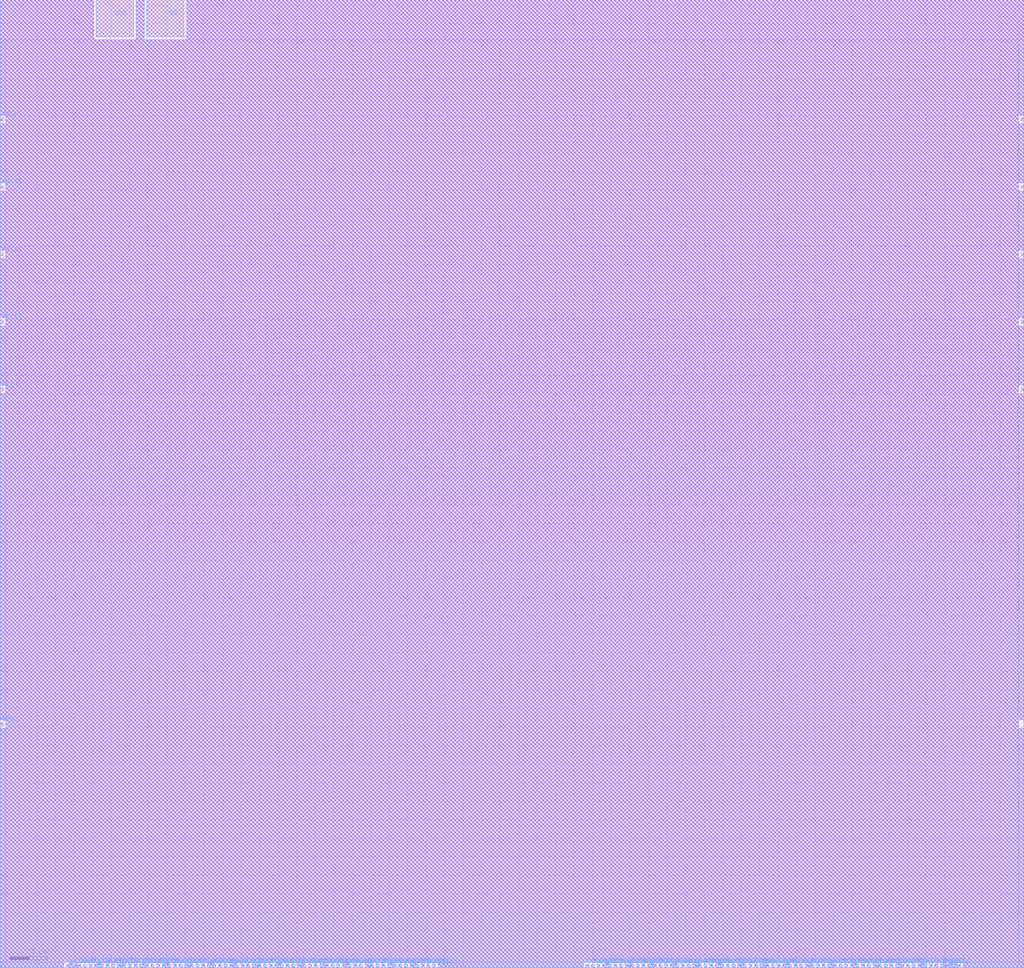
<source format=lef>
VERSION 5.5 ;
NAMESCASESENSITIVE ON ;
BUSBITCHARS "[]" ;
DIVIDERCHAR "/" ;

MACRO sram8t17x64
  CLASS BLOCK ;
  SOURCE USER ;
  ORIGIN 0 0 ;
  SIZE 55.264 BY 52.288 ;
  SYMMETRY X Y R90 ;

  PIN CE1
    DIRECTION INPUT ;
    USE SIGNAL ;
    PORT
      LAYER M2 ;
        RECT 51.680 0.000 51.832 0.152 ;
    END
    PORT
      LAYER M3 ;
        RECT 51.680 0.000 51.832 0.152 ;
    END
    PORT
      LAYER M4 ;
        RECT 51.680 0.000 51.832 0.152 ;
    END
    PORT
      LAYER M5 ;
        RECT 51.680 0.000 51.832 0.152 ;
    END
  END CE1

  PIN CSB1
    DIRECTION INPUT ;
    USE SIGNAL ;
    PORT
      LAYER M2 ;
        RECT 51.376 0.000 51.528 0.152 ;
    END
    PORT
      LAYER M3 ;
        RECT 51.376 0.000 51.528 0.152 ;
    END
    PORT
      LAYER M4 ;
        RECT 51.376 0.000 51.528 0.152 ;
    END
    PORT
      LAYER M5 ;
        RECT 51.376 0.000 51.528 0.152 ;
    END
  END CSB1

  PIN OEB1
    DIRECTION INPUT ;
    USE SIGNAL ;
    PORT
      LAYER M2 ;
        RECT 51.072 0.000 51.224 0.152 ;
    END
    PORT
      LAYER M3 ;
        RECT 51.072 0.000 51.224 0.152 ;
    END
    PORT
      LAYER M4 ;
        RECT 51.072 0.000 51.224 0.152 ;
    END
    PORT
      LAYER M5 ;
        RECT 51.072 0.000 51.224 0.152 ;
    END
  END OEB1

  PIN O1[3]
    DIRECTION OUTPUT ;
    USE SIGNAL ;
    PORT
      LAYER M2 ;
        RECT 50.768 0.000 50.920 0.152 ;
    END
    PORT
      LAYER M3 ;
        RECT 50.768 0.000 50.920 0.152 ;
    END
    PORT
      LAYER M4 ;
        RECT 50.768 0.000 50.920 0.152 ;
    END
    PORT
      LAYER M5 ;
        RECT 50.768 0.000 50.920 0.152 ;
    END
  END O1[3]

  PIN O1[2]
    DIRECTION OUTPUT ;
    USE SIGNAL ;
    PORT
      LAYER M2 ;
        RECT 50.464 0.000 50.616 0.152 ;
    END
    PORT
      LAYER M3 ;
        RECT 50.464 0.000 50.616 0.152 ;
    END
    PORT
      LAYER M4 ;
        RECT 50.464 0.000 50.616 0.152 ;
    END
    PORT
      LAYER M5 ;
        RECT 50.464 0.000 50.616 0.152 ;
    END
  END O1[2]

  PIN O1[1]
    DIRECTION OUTPUT ;
    USE SIGNAL ;
    PORT
      LAYER M2 ;
        RECT 50.160 0.000 50.312 0.152 ;
    END
    PORT
      LAYER M3 ;
        RECT 50.160 0.000 50.312 0.152 ;
    END
    PORT
      LAYER M4 ;
        RECT 50.160 0.000 50.312 0.152 ;
    END
    PORT
      LAYER M5 ;
        RECT 50.160 0.000 50.312 0.152 ;
    END
  END O1[1]

  PIN O1[0]
    DIRECTION OUTPUT ;
    USE SIGNAL ;
    PORT
      LAYER M2 ;
        RECT 49.856 0.000 50.008 0.152 ;
    END
    PORT
      LAYER M3 ;
        RECT 49.856 0.000 50.008 0.152 ;
    END
    PORT
      LAYER M4 ;
        RECT 49.856 0.000 50.008 0.152 ;
    END
    PORT
      LAYER M5 ;
        RECT 49.856 0.000 50.008 0.152 ;
    END
  END O1[0]

  PIN O1[7]
    DIRECTION OUTPUT ;
    USE SIGNAL ;
    PORT
      LAYER M2 ;
        RECT 49.552 0.000 49.704 0.152 ;
    END
    PORT
      LAYER M3 ;
        RECT 49.552 0.000 49.704 0.152 ;
    END
    PORT
      LAYER M4 ;
        RECT 49.552 0.000 49.704 0.152 ;
    END
    PORT
      LAYER M5 ;
        RECT 49.552 0.000 49.704 0.152 ;
    END
  END O1[7]

  PIN O1[6]
    DIRECTION OUTPUT ;
    USE SIGNAL ;
    PORT
      LAYER M2 ;
        RECT 49.248 0.000 49.400 0.152 ;
    END
    PORT
      LAYER M3 ;
        RECT 49.248 0.000 49.400 0.152 ;
    END
    PORT
      LAYER M4 ;
        RECT 49.248 0.000 49.400 0.152 ;
    END
    PORT
      LAYER M5 ;
        RECT 49.248 0.000 49.400 0.152 ;
    END
  END O1[6]

  PIN O1[5]
    DIRECTION OUTPUT ;
    USE SIGNAL ;
    PORT
      LAYER M2 ;
        RECT 48.944 0.000 49.096 0.152 ;
    END
    PORT
      LAYER M3 ;
        RECT 48.944 0.000 49.096 0.152 ;
    END
    PORT
      LAYER M4 ;
        RECT 48.944 0.000 49.096 0.152 ;
    END
    PORT
      LAYER M5 ;
        RECT 48.944 0.000 49.096 0.152 ;
    END
  END O1[5]

  PIN O1[4]
    DIRECTION OUTPUT ;
    USE SIGNAL ;
    PORT
      LAYER M2 ;
        RECT 48.640 0.000 48.792 0.152 ;
    END
    PORT
      LAYER M3 ;
        RECT 48.640 0.000 48.792 0.152 ;
    END
    PORT
      LAYER M4 ;
        RECT 48.640 0.000 48.792 0.152 ;
    END
    PORT
      LAYER M5 ;
        RECT 48.640 0.000 48.792 0.152 ;
    END
  END O1[4]

  PIN O1[11]
    DIRECTION OUTPUT ;
    USE SIGNAL ;
    PORT
      LAYER M2 ;
        RECT 48.336 0.000 48.488 0.152 ;
    END
    PORT
      LAYER M3 ;
        RECT 48.336 0.000 48.488 0.152 ;
    END
    PORT
      LAYER M4 ;
        RECT 48.336 0.000 48.488 0.152 ;
    END
    PORT
      LAYER M5 ;
        RECT 48.336 0.000 48.488 0.152 ;
    END
  END O1[11]

  PIN O1[10]
    DIRECTION OUTPUT ;
    USE SIGNAL ;
    PORT
      LAYER M2 ;
        RECT 48.032 0.000 48.184 0.152 ;
    END
    PORT
      LAYER M3 ;
        RECT 48.032 0.000 48.184 0.152 ;
    END
    PORT
      LAYER M4 ;
        RECT 48.032 0.000 48.184 0.152 ;
    END
    PORT
      LAYER M5 ;
        RECT 48.032 0.000 48.184 0.152 ;
    END
  END O1[10]

  PIN O1[9]
    DIRECTION OUTPUT ;
    USE SIGNAL ;
    PORT
      LAYER M2 ;
        RECT 47.728 0.000 47.880 0.152 ;
    END
    PORT
      LAYER M3 ;
        RECT 47.728 0.000 47.880 0.152 ;
    END
    PORT
      LAYER M4 ;
        RECT 47.728 0.000 47.880 0.152 ;
    END
    PORT
      LAYER M5 ;
        RECT 47.728 0.000 47.880 0.152 ;
    END
  END O1[9]

  PIN O1[8]
    DIRECTION OUTPUT ;
    USE SIGNAL ;
    PORT
      LAYER M2 ;
        RECT 47.424 0.000 47.576 0.152 ;
    END
    PORT
      LAYER M3 ;
        RECT 47.424 0.000 47.576 0.152 ;
    END
    PORT
      LAYER M4 ;
        RECT 47.424 0.000 47.576 0.152 ;
    END
    PORT
      LAYER M5 ;
        RECT 47.424 0.000 47.576 0.152 ;
    END
  END O1[8]

  PIN O1[15]
    DIRECTION OUTPUT ;
    USE SIGNAL ;
    PORT
      LAYER M2 ;
        RECT 47.120 0.000 47.272 0.152 ;
    END
    PORT
      LAYER M3 ;
        RECT 47.120 0.000 47.272 0.152 ;
    END
    PORT
      LAYER M4 ;
        RECT 47.120 0.000 47.272 0.152 ;
    END
    PORT
      LAYER M5 ;
        RECT 47.120 0.000 47.272 0.152 ;
    END
  END O1[15]

  PIN O1[14]
    DIRECTION OUTPUT ;
    USE SIGNAL ;
    PORT
      LAYER M2 ;
        RECT 46.816 0.000 46.968 0.152 ;
    END
    PORT
      LAYER M3 ;
        RECT 46.816 0.000 46.968 0.152 ;
    END
    PORT
      LAYER M4 ;
        RECT 46.816 0.000 46.968 0.152 ;
    END
    PORT
      LAYER M5 ;
        RECT 46.816 0.000 46.968 0.152 ;
    END
  END O1[14]

  PIN O1[13]
    DIRECTION OUTPUT ;
    USE SIGNAL ;
    PORT
      LAYER M2 ;
        RECT 46.512 0.000 46.664 0.152 ;
    END
    PORT
      LAYER M3 ;
        RECT 46.512 0.000 46.664 0.152 ;
    END
    PORT
      LAYER M4 ;
        RECT 46.512 0.000 46.664 0.152 ;
    END
    PORT
      LAYER M5 ;
        RECT 46.512 0.000 46.664 0.152 ;
    END
  END O1[13]

  PIN O1[12]
    DIRECTION OUTPUT ;
    USE SIGNAL ;
    PORT
      LAYER M2 ;
        RECT 46.208 0.000 46.360 0.152 ;
    END
    PORT
      LAYER M3 ;
        RECT 46.208 0.000 46.360 0.152 ;
    END
    PORT
      LAYER M4 ;
        RECT 46.208 0.000 46.360 0.152 ;
    END
    PORT
      LAYER M5 ;
        RECT 46.208 0.000 46.360 0.152 ;
    END
  END O1[12]

  PIN O1[19]
    DIRECTION OUTPUT ;
    USE SIGNAL ;
    PORT
      LAYER M2 ;
        RECT 45.904 0.000 46.056 0.152 ;
    END
    PORT
      LAYER M3 ;
        RECT 45.904 0.000 46.056 0.152 ;
    END
    PORT
      LAYER M4 ;
        RECT 45.904 0.000 46.056 0.152 ;
    END
    PORT
      LAYER M5 ;
        RECT 45.904 0.000 46.056 0.152 ;
    END
  END O1[19]

  PIN O1[18]
    DIRECTION OUTPUT ;
    USE SIGNAL ;
    PORT
      LAYER M2 ;
        RECT 45.600 0.000 45.752 0.152 ;
    END
    PORT
      LAYER M3 ;
        RECT 45.600 0.000 45.752 0.152 ;
    END
    PORT
      LAYER M4 ;
        RECT 45.600 0.000 45.752 0.152 ;
    END
    PORT
      LAYER M5 ;
        RECT 45.600 0.000 45.752 0.152 ;
    END
  END O1[18]

  PIN O1[17]
    DIRECTION OUTPUT ;
    USE SIGNAL ;
    PORT
      LAYER M2 ;
        RECT 45.296 0.000 45.448 0.152 ;
    END
    PORT
      LAYER M3 ;
        RECT 45.296 0.000 45.448 0.152 ;
    END
    PORT
      LAYER M4 ;
        RECT 45.296 0.000 45.448 0.152 ;
    END
    PORT
      LAYER M5 ;
        RECT 45.296 0.000 45.448 0.152 ;
    END
  END O1[17]

  PIN O1[16]
    DIRECTION OUTPUT ;
    USE SIGNAL ;
    PORT
      LAYER M2 ;
        RECT 44.992 0.000 45.144 0.152 ;
    END
    PORT
      LAYER M3 ;
        RECT 44.992 0.000 45.144 0.152 ;
    END
    PORT
      LAYER M4 ;
        RECT 44.992 0.000 45.144 0.152 ;
    END
    PORT
      LAYER M5 ;
        RECT 44.992 0.000 45.144 0.152 ;
    END
  END O1[16]

  PIN O1[23]
    DIRECTION OUTPUT ;
    USE SIGNAL ;
    PORT
      LAYER M2 ;
        RECT 44.688 0.000 44.840 0.152 ;
    END
    PORT
      LAYER M3 ;
        RECT 44.688 0.000 44.840 0.152 ;
    END
    PORT
      LAYER M4 ;
        RECT 44.688 0.000 44.840 0.152 ;
    END
    PORT
      LAYER M5 ;
        RECT 44.688 0.000 44.840 0.152 ;
    END
  END O1[23]

  PIN O1[22]
    DIRECTION OUTPUT ;
    USE SIGNAL ;
    PORT
      LAYER M2 ;
        RECT 44.384 0.000 44.536 0.152 ;
    END
    PORT
      LAYER M3 ;
        RECT 44.384 0.000 44.536 0.152 ;
    END
    PORT
      LAYER M4 ;
        RECT 44.384 0.000 44.536 0.152 ;
    END
    PORT
      LAYER M5 ;
        RECT 44.384 0.000 44.536 0.152 ;
    END
  END O1[22]

  PIN O1[21]
    DIRECTION OUTPUT ;
    USE SIGNAL ;
    PORT
      LAYER M2 ;
        RECT 44.080 0.000 44.232 0.152 ;
    END
    PORT
      LAYER M3 ;
        RECT 44.080 0.000 44.232 0.152 ;
    END
    PORT
      LAYER M4 ;
        RECT 44.080 0.000 44.232 0.152 ;
    END
    PORT
      LAYER M5 ;
        RECT 44.080 0.000 44.232 0.152 ;
    END
  END O1[21]

  PIN O1[20]
    DIRECTION OUTPUT ;
    USE SIGNAL ;
    PORT
      LAYER M2 ;
        RECT 43.776 0.000 43.928 0.152 ;
    END
    PORT
      LAYER M3 ;
        RECT 43.776 0.000 43.928 0.152 ;
    END
    PORT
      LAYER M4 ;
        RECT 43.776 0.000 43.928 0.152 ;
    END
    PORT
      LAYER M5 ;
        RECT 43.776 0.000 43.928 0.152 ;
    END
  END O1[20]

  PIN O1[27]
    DIRECTION OUTPUT ;
    USE SIGNAL ;
    PORT
      LAYER M2 ;
        RECT 43.472 0.000 43.624 0.152 ;
    END
    PORT
      LAYER M3 ;
        RECT 43.472 0.000 43.624 0.152 ;
    END
    PORT
      LAYER M4 ;
        RECT 43.472 0.000 43.624 0.152 ;
    END
    PORT
      LAYER M5 ;
        RECT 43.472 0.000 43.624 0.152 ;
    END
  END O1[27]

  PIN O1[26]
    DIRECTION OUTPUT ;
    USE SIGNAL ;
    PORT
      LAYER M2 ;
        RECT 43.168 0.000 43.320 0.152 ;
    END
    PORT
      LAYER M3 ;
        RECT 43.168 0.000 43.320 0.152 ;
    END
    PORT
      LAYER M4 ;
        RECT 43.168 0.000 43.320 0.152 ;
    END
    PORT
      LAYER M5 ;
        RECT 43.168 0.000 43.320 0.152 ;
    END
  END O1[26]

  PIN O1[25]
    DIRECTION OUTPUT ;
    USE SIGNAL ;
    PORT
      LAYER M2 ;
        RECT 42.864 0.000 43.016 0.152 ;
    END
    PORT
      LAYER M3 ;
        RECT 42.864 0.000 43.016 0.152 ;
    END
    PORT
      LAYER M4 ;
        RECT 42.864 0.000 43.016 0.152 ;
    END
    PORT
      LAYER M5 ;
        RECT 42.864 0.000 43.016 0.152 ;
    END
  END O1[25]

  PIN O1[24]
    DIRECTION OUTPUT ;
    USE SIGNAL ;
    PORT
      LAYER M2 ;
        RECT 42.560 0.000 42.712 0.152 ;
    END
    PORT
      LAYER M3 ;
        RECT 42.560 0.000 42.712 0.152 ;
    END
    PORT
      LAYER M4 ;
        RECT 42.560 0.000 42.712 0.152 ;
    END
    PORT
      LAYER M5 ;
        RECT 42.560 0.000 42.712 0.152 ;
    END
  END O1[24]

  PIN O1[31]
    DIRECTION OUTPUT ;
    USE SIGNAL ;
    PORT
      LAYER M2 ;
        RECT 42.256 0.000 42.408 0.152 ;
    END
    PORT
      LAYER M3 ;
        RECT 42.256 0.000 42.408 0.152 ;
    END
    PORT
      LAYER M4 ;
        RECT 42.256 0.000 42.408 0.152 ;
    END
    PORT
      LAYER M5 ;
        RECT 42.256 0.000 42.408 0.152 ;
    END
  END O1[31]

  PIN O1[30]
    DIRECTION OUTPUT ;
    USE SIGNAL ;
    PORT
      LAYER M2 ;
        RECT 41.952 0.000 42.104 0.152 ;
    END
    PORT
      LAYER M3 ;
        RECT 41.952 0.000 42.104 0.152 ;
    END
    PORT
      LAYER M4 ;
        RECT 41.952 0.000 42.104 0.152 ;
    END
    PORT
      LAYER M5 ;
        RECT 41.952 0.000 42.104 0.152 ;
    END
  END O1[30]

  PIN O1[29]
    DIRECTION OUTPUT ;
    USE SIGNAL ;
    PORT
      LAYER M2 ;
        RECT 41.648 0.000 41.800 0.152 ;
    END
    PORT
      LAYER M3 ;
        RECT 41.648 0.000 41.800 0.152 ;
    END
    PORT
      LAYER M4 ;
        RECT 41.648 0.000 41.800 0.152 ;
    END
    PORT
      LAYER M5 ;
        RECT 41.648 0.000 41.800 0.152 ;
    END
  END O1[29]

  PIN O1[28]
    DIRECTION OUTPUT ;
    USE SIGNAL ;
    PORT
      LAYER M2 ;
        RECT 41.344 0.000 41.496 0.152 ;
    END
    PORT
      LAYER M3 ;
        RECT 41.344 0.000 41.496 0.152 ;
    END
    PORT
      LAYER M4 ;
        RECT 41.344 0.000 41.496 0.152 ;
    END
    PORT
      LAYER M5 ;
        RECT 41.344 0.000 41.496 0.152 ;
    END
  END O1[28]

  PIN O1[35]
    DIRECTION OUTPUT ;
    USE SIGNAL ;
    PORT
      LAYER M2 ;
        RECT 41.040 0.000 41.192 0.152 ;
    END
    PORT
      LAYER M3 ;
        RECT 41.040 0.000 41.192 0.152 ;
    END
    PORT
      LAYER M4 ;
        RECT 41.040 0.000 41.192 0.152 ;
    END
    PORT
      LAYER M5 ;
        RECT 41.040 0.000 41.192 0.152 ;
    END
  END O1[35]

  PIN O1[34]
    DIRECTION OUTPUT ;
    USE SIGNAL ;
    PORT
      LAYER M2 ;
        RECT 40.736 0.000 40.888 0.152 ;
    END
    PORT
      LAYER M3 ;
        RECT 40.736 0.000 40.888 0.152 ;
    END
    PORT
      LAYER M4 ;
        RECT 40.736 0.000 40.888 0.152 ;
    END
    PORT
      LAYER M5 ;
        RECT 40.736 0.000 40.888 0.152 ;
    END
  END O1[34]

  PIN O1[33]
    DIRECTION OUTPUT ;
    USE SIGNAL ;
    PORT
      LAYER M2 ;
        RECT 40.432 0.000 40.584 0.152 ;
    END
    PORT
      LAYER M3 ;
        RECT 40.432 0.000 40.584 0.152 ;
    END
    PORT
      LAYER M4 ;
        RECT 40.432 0.000 40.584 0.152 ;
    END
    PORT
      LAYER M5 ;
        RECT 40.432 0.000 40.584 0.152 ;
    END
  END O1[33]

  PIN O1[32]
    DIRECTION OUTPUT ;
    USE SIGNAL ;
    PORT
      LAYER M2 ;
        RECT 40.128 0.000 40.280 0.152 ;
    END
    PORT
      LAYER M3 ;
        RECT 40.128 0.000 40.280 0.152 ;
    END
    PORT
      LAYER M4 ;
        RECT 40.128 0.000 40.280 0.152 ;
    END
    PORT
      LAYER M5 ;
        RECT 40.128 0.000 40.280 0.152 ;
    END
  END O1[32]

  PIN O1[39]
    DIRECTION OUTPUT ;
    USE SIGNAL ;
    PORT
      LAYER M2 ;
        RECT 39.824 0.000 39.976 0.152 ;
    END
    PORT
      LAYER M3 ;
        RECT 39.824 0.000 39.976 0.152 ;
    END
    PORT
      LAYER M4 ;
        RECT 39.824 0.000 39.976 0.152 ;
    END
    PORT
      LAYER M5 ;
        RECT 39.824 0.000 39.976 0.152 ;
    END
  END O1[39]

  PIN O1[38]
    DIRECTION OUTPUT ;
    USE SIGNAL ;
    PORT
      LAYER M2 ;
        RECT 39.520 0.000 39.672 0.152 ;
    END
    PORT
      LAYER M3 ;
        RECT 39.520 0.000 39.672 0.152 ;
    END
    PORT
      LAYER M4 ;
        RECT 39.520 0.000 39.672 0.152 ;
    END
    PORT
      LAYER M5 ;
        RECT 39.520 0.000 39.672 0.152 ;
    END
  END O1[38]

  PIN O1[37]
    DIRECTION OUTPUT ;
    USE SIGNAL ;
    PORT
      LAYER M2 ;
        RECT 39.216 0.000 39.368 0.152 ;
    END
    PORT
      LAYER M3 ;
        RECT 39.216 0.000 39.368 0.152 ;
    END
    PORT
      LAYER M4 ;
        RECT 39.216 0.000 39.368 0.152 ;
    END
    PORT
      LAYER M5 ;
        RECT 39.216 0.000 39.368 0.152 ;
    END
  END O1[37]

  PIN O1[36]
    DIRECTION OUTPUT ;
    USE SIGNAL ;
    PORT
      LAYER M2 ;
        RECT 38.912 0.000 39.064 0.152 ;
    END
    PORT
      LAYER M3 ;
        RECT 38.912 0.000 39.064 0.152 ;
    END
    PORT
      LAYER M4 ;
        RECT 38.912 0.000 39.064 0.152 ;
    END
    PORT
      LAYER M5 ;
        RECT 38.912 0.000 39.064 0.152 ;
    END
  END O1[36]

  PIN O1[43]
    DIRECTION OUTPUT ;
    USE SIGNAL ;
    PORT
      LAYER M2 ;
        RECT 38.608 0.000 38.760 0.152 ;
    END
    PORT
      LAYER M3 ;
        RECT 38.608 0.000 38.760 0.152 ;
    END
    PORT
      LAYER M4 ;
        RECT 38.608 0.000 38.760 0.152 ;
    END
    PORT
      LAYER M5 ;
        RECT 38.608 0.000 38.760 0.152 ;
    END
  END O1[43]

  PIN O1[42]
    DIRECTION OUTPUT ;
    USE SIGNAL ;
    PORT
      LAYER M2 ;
        RECT 38.304 0.000 38.456 0.152 ;
    END
    PORT
      LAYER M3 ;
        RECT 38.304 0.000 38.456 0.152 ;
    END
    PORT
      LAYER M4 ;
        RECT 38.304 0.000 38.456 0.152 ;
    END
    PORT
      LAYER M5 ;
        RECT 38.304 0.000 38.456 0.152 ;
    END
  END O1[42]

  PIN O1[41]
    DIRECTION OUTPUT ;
    USE SIGNAL ;
    PORT
      LAYER M2 ;
        RECT 38.000 0.000 38.152 0.152 ;
    END
    PORT
      LAYER M3 ;
        RECT 38.000 0.000 38.152 0.152 ;
    END
    PORT
      LAYER M4 ;
        RECT 38.000 0.000 38.152 0.152 ;
    END
    PORT
      LAYER M5 ;
        RECT 38.000 0.000 38.152 0.152 ;
    END
  END O1[41]

  PIN O1[40]
    DIRECTION OUTPUT ;
    USE SIGNAL ;
    PORT
      LAYER M2 ;
        RECT 37.696 0.000 37.848 0.152 ;
    END
    PORT
      LAYER M3 ;
        RECT 37.696 0.000 37.848 0.152 ;
    END
    PORT
      LAYER M4 ;
        RECT 37.696 0.000 37.848 0.152 ;
    END
    PORT
      LAYER M5 ;
        RECT 37.696 0.000 37.848 0.152 ;
    END
  END O1[40]

  PIN O1[47]
    DIRECTION OUTPUT ;
    USE SIGNAL ;
    PORT
      LAYER M2 ;
        RECT 37.392 0.000 37.544 0.152 ;
    END
    PORT
      LAYER M3 ;
        RECT 37.392 0.000 37.544 0.152 ;
    END
    PORT
      LAYER M4 ;
        RECT 37.392 0.000 37.544 0.152 ;
    END
    PORT
      LAYER M5 ;
        RECT 37.392 0.000 37.544 0.152 ;
    END
  END O1[47]

  PIN O1[46]
    DIRECTION OUTPUT ;
    USE SIGNAL ;
    PORT
      LAYER M2 ;
        RECT 37.088 0.000 37.240 0.152 ;
    END
    PORT
      LAYER M3 ;
        RECT 37.088 0.000 37.240 0.152 ;
    END
    PORT
      LAYER M4 ;
        RECT 37.088 0.000 37.240 0.152 ;
    END
    PORT
      LAYER M5 ;
        RECT 37.088 0.000 37.240 0.152 ;
    END
  END O1[46]

  PIN O1[45]
    DIRECTION OUTPUT ;
    USE SIGNAL ;
    PORT
      LAYER M2 ;
        RECT 36.784 0.000 36.936 0.152 ;
    END
    PORT
      LAYER M3 ;
        RECT 36.784 0.000 36.936 0.152 ;
    END
    PORT
      LAYER M4 ;
        RECT 36.784 0.000 36.936 0.152 ;
    END
    PORT
      LAYER M5 ;
        RECT 36.784 0.000 36.936 0.152 ;
    END
  END O1[45]

  PIN O1[44]
    DIRECTION OUTPUT ;
    USE SIGNAL ;
    PORT
      LAYER M2 ;
        RECT 36.480 0.000 36.632 0.152 ;
    END
    PORT
      LAYER M3 ;
        RECT 36.480 0.000 36.632 0.152 ;
    END
    PORT
      LAYER M4 ;
        RECT 36.480 0.000 36.632 0.152 ;
    END
    PORT
      LAYER M5 ;
        RECT 36.480 0.000 36.632 0.152 ;
    END
  END O1[44]

  PIN O1[51]
    DIRECTION OUTPUT ;
    USE SIGNAL ;
    PORT
      LAYER M2 ;
        RECT 36.176 0.000 36.328 0.152 ;
    END
    PORT
      LAYER M3 ;
        RECT 36.176 0.000 36.328 0.152 ;
    END
    PORT
      LAYER M4 ;
        RECT 36.176 0.000 36.328 0.152 ;
    END
    PORT
      LAYER M5 ;
        RECT 36.176 0.000 36.328 0.152 ;
    END
  END O1[51]

  PIN O1[50]
    DIRECTION OUTPUT ;
    USE SIGNAL ;
    PORT
      LAYER M2 ;
        RECT 35.872 0.000 36.024 0.152 ;
    END
    PORT
      LAYER M3 ;
        RECT 35.872 0.000 36.024 0.152 ;
    END
    PORT
      LAYER M4 ;
        RECT 35.872 0.000 36.024 0.152 ;
    END
    PORT
      LAYER M5 ;
        RECT 35.872 0.000 36.024 0.152 ;
    END
  END O1[50]

  PIN O1[49]
    DIRECTION OUTPUT ;
    USE SIGNAL ;
    PORT
      LAYER M2 ;
        RECT 35.568 0.000 35.720 0.152 ;
    END
    PORT
      LAYER M3 ;
        RECT 35.568 0.000 35.720 0.152 ;
    END
    PORT
      LAYER M4 ;
        RECT 35.568 0.000 35.720 0.152 ;
    END
    PORT
      LAYER M5 ;
        RECT 35.568 0.000 35.720 0.152 ;
    END
  END O1[49]

  PIN O1[48]
    DIRECTION OUTPUT ;
    USE SIGNAL ;
    PORT
      LAYER M2 ;
        RECT 35.264 0.000 35.416 0.152 ;
    END
    PORT
      LAYER M3 ;
        RECT 35.264 0.000 35.416 0.152 ;
    END
    PORT
      LAYER M4 ;
        RECT 35.264 0.000 35.416 0.152 ;
    END
    PORT
      LAYER M5 ;
        RECT 35.264 0.000 35.416 0.152 ;
    END
  END O1[48]

  PIN O1[55]
    DIRECTION OUTPUT ;
    USE SIGNAL ;
    PORT
      LAYER M2 ;
        RECT 34.960 0.000 35.112 0.152 ;
    END
    PORT
      LAYER M3 ;
        RECT 34.960 0.000 35.112 0.152 ;
    END
    PORT
      LAYER M4 ;
        RECT 34.960 0.000 35.112 0.152 ;
    END
    PORT
      LAYER M5 ;
        RECT 34.960 0.000 35.112 0.152 ;
    END
  END O1[55]

  PIN O1[54]
    DIRECTION OUTPUT ;
    USE SIGNAL ;
    PORT
      LAYER M2 ;
        RECT 34.656 0.000 34.808 0.152 ;
    END
    PORT
      LAYER M3 ;
        RECT 34.656 0.000 34.808 0.152 ;
    END
    PORT
      LAYER M4 ;
        RECT 34.656 0.000 34.808 0.152 ;
    END
    PORT
      LAYER M5 ;
        RECT 34.656 0.000 34.808 0.152 ;
    END
  END O1[54]

  PIN O1[53]
    DIRECTION OUTPUT ;
    USE SIGNAL ;
    PORT
      LAYER M2 ;
        RECT 34.352 0.000 34.504 0.152 ;
    END
    PORT
      LAYER M3 ;
        RECT 34.352 0.000 34.504 0.152 ;
    END
    PORT
      LAYER M4 ;
        RECT 34.352 0.000 34.504 0.152 ;
    END
    PORT
      LAYER M5 ;
        RECT 34.352 0.000 34.504 0.152 ;
    END
  END O1[53]

  PIN O1[52]
    DIRECTION OUTPUT ;
    USE SIGNAL ;
    PORT
      LAYER M2 ;
        RECT 34.048 0.000 34.200 0.152 ;
    END
    PORT
      LAYER M3 ;
        RECT 34.048 0.000 34.200 0.152 ;
    END
    PORT
      LAYER M4 ;
        RECT 34.048 0.000 34.200 0.152 ;
    END
    PORT
      LAYER M5 ;
        RECT 34.048 0.000 34.200 0.152 ;
    END
  END O1[52]

  PIN O1[59]
    DIRECTION OUTPUT ;
    USE SIGNAL ;
    PORT
      LAYER M2 ;
        RECT 33.744 0.000 33.896 0.152 ;
    END
    PORT
      LAYER M3 ;
        RECT 33.744 0.000 33.896 0.152 ;
    END
    PORT
      LAYER M4 ;
        RECT 33.744 0.000 33.896 0.152 ;
    END
    PORT
      LAYER M5 ;
        RECT 33.744 0.000 33.896 0.152 ;
    END
  END O1[59]

  PIN O1[58]
    DIRECTION OUTPUT ;
    USE SIGNAL ;
    PORT
      LAYER M2 ;
        RECT 33.440 0.000 33.592 0.152 ;
    END
    PORT
      LAYER M3 ;
        RECT 33.440 0.000 33.592 0.152 ;
    END
    PORT
      LAYER M4 ;
        RECT 33.440 0.000 33.592 0.152 ;
    END
    PORT
      LAYER M5 ;
        RECT 33.440 0.000 33.592 0.152 ;
    END
  END O1[58]

  PIN O1[57]
    DIRECTION OUTPUT ;
    USE SIGNAL ;
    PORT
      LAYER M2 ;
        RECT 33.136 0.000 33.288 0.152 ;
    END
    PORT
      LAYER M3 ;
        RECT 33.136 0.000 33.288 0.152 ;
    END
    PORT
      LAYER M4 ;
        RECT 33.136 0.000 33.288 0.152 ;
    END
    PORT
      LAYER M5 ;
        RECT 33.136 0.000 33.288 0.152 ;
    END
  END O1[57]

  PIN O1[56]
    DIRECTION OUTPUT ;
    USE SIGNAL ;
    PORT
      LAYER M2 ;
        RECT 32.832 0.000 32.984 0.152 ;
    END
    PORT
      LAYER M3 ;
        RECT 32.832 0.000 32.984 0.152 ;
    END
    PORT
      LAYER M4 ;
        RECT 32.832 0.000 32.984 0.152 ;
    END
    PORT
      LAYER M5 ;
        RECT 32.832 0.000 32.984 0.152 ;
    END
  END O1[56]

  PIN O1[63]
    DIRECTION OUTPUT ;
    USE SIGNAL ;
    PORT
      LAYER M2 ;
        RECT 32.528 0.000 32.680 0.152 ;
    END
    PORT
      LAYER M3 ;
        RECT 32.528 0.000 32.680 0.152 ;
    END
    PORT
      LAYER M4 ;
        RECT 32.528 0.000 32.680 0.152 ;
    END
    PORT
      LAYER M5 ;
        RECT 32.528 0.000 32.680 0.152 ;
    END
  END O1[63]

  PIN O1[62]
    DIRECTION OUTPUT ;
    USE SIGNAL ;
    PORT
      LAYER M2 ;
        RECT 32.224 0.000 32.376 0.152 ;
    END
    PORT
      LAYER M3 ;
        RECT 32.224 0.000 32.376 0.152 ;
    END
    PORT
      LAYER M4 ;
        RECT 32.224 0.000 32.376 0.152 ;
    END
    PORT
      LAYER M5 ;
        RECT 32.224 0.000 32.376 0.152 ;
    END
  END O1[62]

  PIN O1[61]
    DIRECTION OUTPUT ;
    USE SIGNAL ;
    PORT
      LAYER M2 ;
        RECT 31.920 0.000 32.072 0.152 ;
    END
    PORT
      LAYER M3 ;
        RECT 31.920 0.000 32.072 0.152 ;
    END
    PORT
      LAYER M4 ;
        RECT 31.920 0.000 32.072 0.152 ;
    END
    PORT
      LAYER M5 ;
        RECT 31.920 0.000 32.072 0.152 ;
    END
  END O1[61]

  PIN O1[60]
    DIRECTION OUTPUT ;
    USE SIGNAL ;
    PORT
      LAYER M2 ;
        RECT 31.616 0.000 31.768 0.152 ;
    END
    PORT
      LAYER M3 ;
        RECT 31.616 0.000 31.768 0.152 ;
    END
    PORT
      LAYER M4 ;
        RECT 31.616 0.000 31.768 0.152 ;
    END
    PORT
      LAYER M5 ;
        RECT 31.616 0.000 31.768 0.152 ;
    END
  END O1[60]

  PIN A1[0]
    DIRECTION INPUT ;
    USE SIGNAL ;
    PORT
      LAYER M2 ;
        RECT 55.112 45.752 55.264 45.904 ;
    END
    PORT
      LAYER M3 ;
        RECT 55.112 45.752 55.264 45.904 ;
    END
    PORT
      LAYER M4 ;
        RECT 55.112 45.752 55.264 45.904 ;
    END
    PORT
      LAYER M5 ;
        RECT 55.112 45.752 55.264 45.904 ;
    END
  END A1[0]

  PIN A1[1]
    DIRECTION INPUT ;
    USE SIGNAL ;
    PORT
      LAYER M2 ;
        RECT 55.112 42.104 55.264 42.256 ;
    END
    PORT
      LAYER M3 ;
        RECT 55.112 42.104 55.264 42.256 ;
    END
    PORT
      LAYER M4 ;
        RECT 55.112 42.104 55.264 42.256 ;
    END
    PORT
      LAYER M5 ;
        RECT 55.112 42.104 55.264 42.256 ;
    END
  END A1[1]

  PIN A1[2]
    DIRECTION INPUT ;
    USE SIGNAL ;
    PORT
      LAYER M2 ;
        RECT 55.112 38.456 55.264 38.608 ;
    END
    PORT
      LAYER M3 ;
        RECT 55.112 38.456 55.264 38.608 ;
    END
    PORT
      LAYER M4 ;
        RECT 55.112 38.456 55.264 38.608 ;
    END
    PORT
      LAYER M5 ;
        RECT 55.112 38.456 55.264 38.608 ;
    END
  END A1[2]

  PIN A1[3]
    DIRECTION INPUT ;
    USE SIGNAL ;
    PORT
      LAYER M2 ;
        RECT 55.112 34.808 55.264 34.960 ;
    END
    PORT
      LAYER M3 ;
        RECT 55.112 34.808 55.264 34.960 ;
    END
    PORT
      LAYER M4 ;
        RECT 55.112 34.808 55.264 34.960 ;
    END
    PORT
      LAYER M5 ;
        RECT 55.112 34.808 55.264 34.960 ;
    END
  END A1[3]

  PIN A1[4]
    DIRECTION INPUT ;
    USE SIGNAL ;
    PORT
      LAYER M2 ;
        RECT 55.112 31.160 55.264 31.312 ;
    END
    PORT
      LAYER M3 ;
        RECT 55.112 31.160 55.264 31.312 ;
    END
    PORT
      LAYER M4 ;
        RECT 55.112 31.160 55.264 31.312 ;
    END
    PORT
      LAYER M5 ;
        RECT 55.112 31.160 55.264 31.312 ;
    END
  END A1[4]

  PIN CE2
    DIRECTION INPUT ;
    USE SIGNAL ;
    PORT
      LAYER M2 ;
        RECT 3.584 0.000 3.736 0.152 ;
    END
    PORT
      LAYER M3 ;
        RECT 3.584 0.000 3.736 0.152 ;
    END
    PORT
      LAYER M4 ;
        RECT 3.584 0.000 3.736 0.152 ;
    END
    PORT
      LAYER M5 ;
        RECT 3.584 0.000 3.736 0.152 ;
    END
  END CE2

  PIN CSB2
    DIRECTION INPUT ;
    USE SIGNAL ;
    PORT
      LAYER M2 ;
        RECT 3.888 0.000 4.040 0.152 ;
    END
    PORT
      LAYER M3 ;
        RECT 3.888 0.000 4.040 0.152 ;
    END
    PORT
      LAYER M4 ;
        RECT 3.888 0.000 4.040 0.152 ;
    END
    PORT
      LAYER M5 ;
        RECT 3.888 0.000 4.040 0.152 ;
    END
  END CSB2

  PIN I2[0]
    DIRECTION INPUT ;
    USE SIGNAL ;
    PORT
      LAYER M2 ;
        RECT 4.192 0.000 4.344 0.152 ;
    END
    PORT
      LAYER M3 ;
        RECT 4.192 0.000 4.344 0.152 ;
    END
    PORT
      LAYER M4 ;
        RECT 4.192 0.000 4.344 0.152 ;
    END
    PORT
      LAYER M5 ;
        RECT 4.192 0.000 4.344 0.152 ;
    END
  END I2[0]

  PIN I2[1]
    DIRECTION INPUT ;
    USE SIGNAL ;
    PORT
      LAYER M2 ;
        RECT 4.496 0.000 4.648 0.152 ;
    END
    PORT
      LAYER M3 ;
        RECT 4.496 0.000 4.648 0.152 ;
    END
    PORT
      LAYER M4 ;
        RECT 4.496 0.000 4.648 0.152 ;
    END
    PORT
      LAYER M5 ;
        RECT 4.496 0.000 4.648 0.152 ;
    END
  END I2[1]

  PIN I2[2]
    DIRECTION INPUT ;
    USE SIGNAL ;
    PORT
      LAYER M2 ;
        RECT 4.800 0.000 4.952 0.152 ;
    END
    PORT
      LAYER M3 ;
        RECT 4.800 0.000 4.952 0.152 ;
    END
    PORT
      LAYER M4 ;
        RECT 4.800 0.000 4.952 0.152 ;
    END
    PORT
      LAYER M5 ;
        RECT 4.800 0.000 4.952 0.152 ;
    END
  END I2[2]

  PIN I2[3]
    DIRECTION INPUT ;
    USE SIGNAL ;
    PORT
      LAYER M2 ;
        RECT 5.104 0.000 5.256 0.152 ;
    END
    PORT
      LAYER M3 ;
        RECT 5.104 0.000 5.256 0.152 ;
    END
    PORT
      LAYER M4 ;
        RECT 5.104 0.000 5.256 0.152 ;
    END
    PORT
      LAYER M5 ;
        RECT 5.104 0.000 5.256 0.152 ;
    END
  END I2[3]

  PIN I2[4]
    DIRECTION INPUT ;
    USE SIGNAL ;
    PORT
      LAYER M2 ;
        RECT 5.408 0.000 5.560 0.152 ;
    END
    PORT
      LAYER M3 ;
        RECT 5.408 0.000 5.560 0.152 ;
    END
    PORT
      LAYER M4 ;
        RECT 5.408 0.000 5.560 0.152 ;
    END
    PORT
      LAYER M5 ;
        RECT 5.408 0.000 5.560 0.152 ;
    END
  END I2[4]

  PIN I2[5]
    DIRECTION INPUT ;
    USE SIGNAL ;
    PORT
      LAYER M2 ;
        RECT 5.712 0.000 5.864 0.152 ;
    END
    PORT
      LAYER M3 ;
        RECT 5.712 0.000 5.864 0.152 ;
    END
    PORT
      LAYER M4 ;
        RECT 5.712 0.000 5.864 0.152 ;
    END
    PORT
      LAYER M5 ;
        RECT 5.712 0.000 5.864 0.152 ;
    END
  END I2[5]

  PIN I2[6]
    DIRECTION INPUT ;
    USE SIGNAL ;
    PORT
      LAYER M2 ;
        RECT 6.016 0.000 6.168 0.152 ;
    END
    PORT
      LAYER M3 ;
        RECT 6.016 0.000 6.168 0.152 ;
    END
    PORT
      LAYER M4 ;
        RECT 6.016 0.000 6.168 0.152 ;
    END
    PORT
      LAYER M5 ;
        RECT 6.016 0.000 6.168 0.152 ;
    END
  END I2[6]

  PIN I2[7]
    DIRECTION INPUT ;
    USE SIGNAL ;
    PORT
      LAYER M2 ;
        RECT 6.320 0.000 6.472 0.152 ;
    END
    PORT
      LAYER M3 ;
        RECT 6.320 0.000 6.472 0.152 ;
    END
    PORT
      LAYER M4 ;
        RECT 6.320 0.000 6.472 0.152 ;
    END
    PORT
      LAYER M5 ;
        RECT 6.320 0.000 6.472 0.152 ;
    END
  END I2[7]

  PIN I2[8]
    DIRECTION INPUT ;
    USE SIGNAL ;
    PORT
      LAYER M2 ;
        RECT 6.624 0.000 6.776 0.152 ;
    END
    PORT
      LAYER M3 ;
        RECT 6.624 0.000 6.776 0.152 ;
    END
    PORT
      LAYER M4 ;
        RECT 6.624 0.000 6.776 0.152 ;
    END
    PORT
      LAYER M5 ;
        RECT 6.624 0.000 6.776 0.152 ;
    END
  END I2[8]

  PIN I2[9]
    DIRECTION INPUT ;
    USE SIGNAL ;
    PORT
      LAYER M2 ;
        RECT 6.928 0.000 7.080 0.152 ;
    END
    PORT
      LAYER M3 ;
        RECT 6.928 0.000 7.080 0.152 ;
    END
    PORT
      LAYER M4 ;
        RECT 6.928 0.000 7.080 0.152 ;
    END
    PORT
      LAYER M5 ;
        RECT 6.928 0.000 7.080 0.152 ;
    END
  END I2[9]

  PIN I2[10]
    DIRECTION INPUT ;
    USE SIGNAL ;
    PORT
      LAYER M2 ;
        RECT 7.232 0.000 7.384 0.152 ;
    END
    PORT
      LAYER M3 ;
        RECT 7.232 0.000 7.384 0.152 ;
    END
    PORT
      LAYER M4 ;
        RECT 7.232 0.000 7.384 0.152 ;
    END
    PORT
      LAYER M5 ;
        RECT 7.232 0.000 7.384 0.152 ;
    END
  END I2[10]

  PIN I2[11]
    DIRECTION INPUT ;
    USE SIGNAL ;
    PORT
      LAYER M2 ;
        RECT 7.536 0.000 7.688 0.152 ;
    END
    PORT
      LAYER M3 ;
        RECT 7.536 0.000 7.688 0.152 ;
    END
    PORT
      LAYER M4 ;
        RECT 7.536 0.000 7.688 0.152 ;
    END
    PORT
      LAYER M5 ;
        RECT 7.536 0.000 7.688 0.152 ;
    END
  END I2[11]

  PIN I2[12]
    DIRECTION INPUT ;
    USE SIGNAL ;
    PORT
      LAYER M2 ;
        RECT 7.840 0.000 7.992 0.152 ;
    END
    PORT
      LAYER M3 ;
        RECT 7.840 0.000 7.992 0.152 ;
    END
    PORT
      LAYER M4 ;
        RECT 7.840 0.000 7.992 0.152 ;
    END
    PORT
      LAYER M5 ;
        RECT 7.840 0.000 7.992 0.152 ;
    END
  END I2[12]

  PIN I2[13]
    DIRECTION INPUT ;
    USE SIGNAL ;
    PORT
      LAYER M2 ;
        RECT 8.144 0.000 8.296 0.152 ;
    END
    PORT
      LAYER M3 ;
        RECT 8.144 0.000 8.296 0.152 ;
    END
    PORT
      LAYER M4 ;
        RECT 8.144 0.000 8.296 0.152 ;
    END
    PORT
      LAYER M5 ;
        RECT 8.144 0.000 8.296 0.152 ;
    END
  END I2[13]

  PIN I2[14]
    DIRECTION INPUT ;
    USE SIGNAL ;
    PORT
      LAYER M2 ;
        RECT 8.448 0.000 8.600 0.152 ;
    END
    PORT
      LAYER M3 ;
        RECT 8.448 0.000 8.600 0.152 ;
    END
    PORT
      LAYER M4 ;
        RECT 8.448 0.000 8.600 0.152 ;
    END
    PORT
      LAYER M5 ;
        RECT 8.448 0.000 8.600 0.152 ;
    END
  END I2[14]

  PIN I2[15]
    DIRECTION INPUT ;
    USE SIGNAL ;
    PORT
      LAYER M2 ;
        RECT 8.752 0.000 8.904 0.152 ;
    END
    PORT
      LAYER M3 ;
        RECT 8.752 0.000 8.904 0.152 ;
    END
    PORT
      LAYER M4 ;
        RECT 8.752 0.000 8.904 0.152 ;
    END
    PORT
      LAYER M5 ;
        RECT 8.752 0.000 8.904 0.152 ;
    END
  END I2[15]

  PIN I2[16]
    DIRECTION INPUT ;
    USE SIGNAL ;
    PORT
      LAYER M2 ;
        RECT 9.056 0.000 9.208 0.152 ;
    END
    PORT
      LAYER M3 ;
        RECT 9.056 0.000 9.208 0.152 ;
    END
    PORT
      LAYER M4 ;
        RECT 9.056 0.000 9.208 0.152 ;
    END
    PORT
      LAYER M5 ;
        RECT 9.056 0.000 9.208 0.152 ;
    END
  END I2[16]

  PIN I2[17]
    DIRECTION INPUT ;
    USE SIGNAL ;
    PORT
      LAYER M2 ;
        RECT 9.360 0.000 9.512 0.152 ;
    END
    PORT
      LAYER M3 ;
        RECT 9.360 0.000 9.512 0.152 ;
    END
    PORT
      LAYER M4 ;
        RECT 9.360 0.000 9.512 0.152 ;
    END
    PORT
      LAYER M5 ;
        RECT 9.360 0.000 9.512 0.152 ;
    END
  END I2[17]

  PIN I2[18]
    DIRECTION INPUT ;
    USE SIGNAL ;
    PORT
      LAYER M2 ;
        RECT 9.664 0.000 9.816 0.152 ;
    END
    PORT
      LAYER M3 ;
        RECT 9.664 0.000 9.816 0.152 ;
    END
    PORT
      LAYER M4 ;
        RECT 9.664 0.000 9.816 0.152 ;
    END
    PORT
      LAYER M5 ;
        RECT 9.664 0.000 9.816 0.152 ;
    END
  END I2[18]

  PIN I2[19]
    DIRECTION INPUT ;
    USE SIGNAL ;
    PORT
      LAYER M2 ;
        RECT 9.968 0.000 10.120 0.152 ;
    END
    PORT
      LAYER M3 ;
        RECT 9.968 0.000 10.120 0.152 ;
    END
    PORT
      LAYER M4 ;
        RECT 9.968 0.000 10.120 0.152 ;
    END
    PORT
      LAYER M5 ;
        RECT 9.968 0.000 10.120 0.152 ;
    END
  END I2[19]

  PIN I2[20]
    DIRECTION INPUT ;
    USE SIGNAL ;
    PORT
      LAYER M2 ;
        RECT 10.272 0.000 10.424 0.152 ;
    END
    PORT
      LAYER M3 ;
        RECT 10.272 0.000 10.424 0.152 ;
    END
    PORT
      LAYER M4 ;
        RECT 10.272 0.000 10.424 0.152 ;
    END
    PORT
      LAYER M5 ;
        RECT 10.272 0.000 10.424 0.152 ;
    END
  END I2[20]

  PIN I2[21]
    DIRECTION INPUT ;
    USE SIGNAL ;
    PORT
      LAYER M2 ;
        RECT 10.576 0.000 10.728 0.152 ;
    END
    PORT
      LAYER M3 ;
        RECT 10.576 0.000 10.728 0.152 ;
    END
    PORT
      LAYER M4 ;
        RECT 10.576 0.000 10.728 0.152 ;
    END
    PORT
      LAYER M5 ;
        RECT 10.576 0.000 10.728 0.152 ;
    END
  END I2[21]

  PIN I2[22]
    DIRECTION INPUT ;
    USE SIGNAL ;
    PORT
      LAYER M2 ;
        RECT 10.880 0.000 11.032 0.152 ;
    END
    PORT
      LAYER M3 ;
        RECT 10.880 0.000 11.032 0.152 ;
    END
    PORT
      LAYER M4 ;
        RECT 10.880 0.000 11.032 0.152 ;
    END
    PORT
      LAYER M5 ;
        RECT 10.880 0.000 11.032 0.152 ;
    END
  END I2[22]

  PIN I2[23]
    DIRECTION INPUT ;
    USE SIGNAL ;
    PORT
      LAYER M2 ;
        RECT 11.184 0.000 11.336 0.152 ;
    END
    PORT
      LAYER M3 ;
        RECT 11.184 0.000 11.336 0.152 ;
    END
    PORT
      LAYER M4 ;
        RECT 11.184 0.000 11.336 0.152 ;
    END
    PORT
      LAYER M5 ;
        RECT 11.184 0.000 11.336 0.152 ;
    END
  END I2[23]

  PIN I2[24]
    DIRECTION INPUT ;
    USE SIGNAL ;
    PORT
      LAYER M2 ;
        RECT 11.488 0.000 11.640 0.152 ;
    END
    PORT
      LAYER M3 ;
        RECT 11.488 0.000 11.640 0.152 ;
    END
    PORT
      LAYER M4 ;
        RECT 11.488 0.000 11.640 0.152 ;
    END
    PORT
      LAYER M5 ;
        RECT 11.488 0.000 11.640 0.152 ;
    END
  END I2[24]

  PIN I2[25]
    DIRECTION INPUT ;
    USE SIGNAL ;
    PORT
      LAYER M2 ;
        RECT 11.792 0.000 11.944 0.152 ;
    END
    PORT
      LAYER M3 ;
        RECT 11.792 0.000 11.944 0.152 ;
    END
    PORT
      LAYER M4 ;
        RECT 11.792 0.000 11.944 0.152 ;
    END
    PORT
      LAYER M5 ;
        RECT 11.792 0.000 11.944 0.152 ;
    END
  END I2[25]

  PIN I2[26]
    DIRECTION INPUT ;
    USE SIGNAL ;
    PORT
      LAYER M2 ;
        RECT 12.096 0.000 12.248 0.152 ;
    END
    PORT
      LAYER M3 ;
        RECT 12.096 0.000 12.248 0.152 ;
    END
    PORT
      LAYER M4 ;
        RECT 12.096 0.000 12.248 0.152 ;
    END
    PORT
      LAYER M5 ;
        RECT 12.096 0.000 12.248 0.152 ;
    END
  END I2[26]

  PIN I2[27]
    DIRECTION INPUT ;
    USE SIGNAL ;
    PORT
      LAYER M2 ;
        RECT 12.400 0.000 12.552 0.152 ;
    END
    PORT
      LAYER M3 ;
        RECT 12.400 0.000 12.552 0.152 ;
    END
    PORT
      LAYER M4 ;
        RECT 12.400 0.000 12.552 0.152 ;
    END
    PORT
      LAYER M5 ;
        RECT 12.400 0.000 12.552 0.152 ;
    END
  END I2[27]

  PIN I2[28]
    DIRECTION INPUT ;
    USE SIGNAL ;
    PORT
      LAYER M2 ;
        RECT 12.704 0.000 12.856 0.152 ;
    END
    PORT
      LAYER M3 ;
        RECT 12.704 0.000 12.856 0.152 ;
    END
    PORT
      LAYER M4 ;
        RECT 12.704 0.000 12.856 0.152 ;
    END
    PORT
      LAYER M5 ;
        RECT 12.704 0.000 12.856 0.152 ;
    END
  END I2[28]

  PIN I2[29]
    DIRECTION INPUT ;
    USE SIGNAL ;
    PORT
      LAYER M2 ;
        RECT 13.008 0.000 13.160 0.152 ;
    END
    PORT
      LAYER M3 ;
        RECT 13.008 0.000 13.160 0.152 ;
    END
    PORT
      LAYER M4 ;
        RECT 13.008 0.000 13.160 0.152 ;
    END
    PORT
      LAYER M5 ;
        RECT 13.008 0.000 13.160 0.152 ;
    END
  END I2[29]

  PIN I2[30]
    DIRECTION INPUT ;
    USE SIGNAL ;
    PORT
      LAYER M2 ;
        RECT 13.312 0.000 13.464 0.152 ;
    END
    PORT
      LAYER M3 ;
        RECT 13.312 0.000 13.464 0.152 ;
    END
    PORT
      LAYER M4 ;
        RECT 13.312 0.000 13.464 0.152 ;
    END
    PORT
      LAYER M5 ;
        RECT 13.312 0.000 13.464 0.152 ;
    END
  END I2[30]

  PIN I2[31]
    DIRECTION INPUT ;
    USE SIGNAL ;
    PORT
      LAYER M2 ;
        RECT 13.616 0.000 13.768 0.152 ;
    END
    PORT
      LAYER M3 ;
        RECT 13.616 0.000 13.768 0.152 ;
    END
    PORT
      LAYER M4 ;
        RECT 13.616 0.000 13.768 0.152 ;
    END
    PORT
      LAYER M5 ;
        RECT 13.616 0.000 13.768 0.152 ;
    END
  END I2[31]

  PIN I2[32]
    DIRECTION INPUT ;
    USE SIGNAL ;
    PORT
      LAYER M2 ;
        RECT 13.920 0.000 14.072 0.152 ;
    END
    PORT
      LAYER M3 ;
        RECT 13.920 0.000 14.072 0.152 ;
    END
    PORT
      LAYER M4 ;
        RECT 13.920 0.000 14.072 0.152 ;
    END
    PORT
      LAYER M5 ;
        RECT 13.920 0.000 14.072 0.152 ;
    END
  END I2[32]

  PIN I2[33]
    DIRECTION INPUT ;
    USE SIGNAL ;
    PORT
      LAYER M2 ;
        RECT 14.224 0.000 14.376 0.152 ;
    END
    PORT
      LAYER M3 ;
        RECT 14.224 0.000 14.376 0.152 ;
    END
    PORT
      LAYER M4 ;
        RECT 14.224 0.000 14.376 0.152 ;
    END
    PORT
      LAYER M5 ;
        RECT 14.224 0.000 14.376 0.152 ;
    END
  END I2[33]

  PIN I2[34]
    DIRECTION INPUT ;
    USE SIGNAL ;
    PORT
      LAYER M2 ;
        RECT 14.528 0.000 14.680 0.152 ;
    END
    PORT
      LAYER M3 ;
        RECT 14.528 0.000 14.680 0.152 ;
    END
    PORT
      LAYER M4 ;
        RECT 14.528 0.000 14.680 0.152 ;
    END
    PORT
      LAYER M5 ;
        RECT 14.528 0.000 14.680 0.152 ;
    END
  END I2[34]

  PIN I2[35]
    DIRECTION INPUT ;
    USE SIGNAL ;
    PORT
      LAYER M2 ;
        RECT 14.832 0.000 14.984 0.152 ;
    END
    PORT
      LAYER M3 ;
        RECT 14.832 0.000 14.984 0.152 ;
    END
    PORT
      LAYER M4 ;
        RECT 14.832 0.000 14.984 0.152 ;
    END
    PORT
      LAYER M5 ;
        RECT 14.832 0.000 14.984 0.152 ;
    END
  END I2[35]

  PIN I2[36]
    DIRECTION INPUT ;
    USE SIGNAL ;
    PORT
      LAYER M2 ;
        RECT 15.136 0.000 15.288 0.152 ;
    END
    PORT
      LAYER M3 ;
        RECT 15.136 0.000 15.288 0.152 ;
    END
    PORT
      LAYER M4 ;
        RECT 15.136 0.000 15.288 0.152 ;
    END
    PORT
      LAYER M5 ;
        RECT 15.136 0.000 15.288 0.152 ;
    END
  END I2[36]

  PIN I2[37]
    DIRECTION INPUT ;
    USE SIGNAL ;
    PORT
      LAYER M2 ;
        RECT 15.440 0.000 15.592 0.152 ;
    END
    PORT
      LAYER M3 ;
        RECT 15.440 0.000 15.592 0.152 ;
    END
    PORT
      LAYER M4 ;
        RECT 15.440 0.000 15.592 0.152 ;
    END
    PORT
      LAYER M5 ;
        RECT 15.440 0.000 15.592 0.152 ;
    END
  END I2[37]

  PIN I2[38]
    DIRECTION INPUT ;
    USE SIGNAL ;
    PORT
      LAYER M2 ;
        RECT 15.744 0.000 15.896 0.152 ;
    END
    PORT
      LAYER M3 ;
        RECT 15.744 0.000 15.896 0.152 ;
    END
    PORT
      LAYER M4 ;
        RECT 15.744 0.000 15.896 0.152 ;
    END
    PORT
      LAYER M5 ;
        RECT 15.744 0.000 15.896 0.152 ;
    END
  END I2[38]

  PIN I2[39]
    DIRECTION INPUT ;
    USE SIGNAL ;
    PORT
      LAYER M2 ;
        RECT 16.048 0.000 16.200 0.152 ;
    END
    PORT
      LAYER M3 ;
        RECT 16.048 0.000 16.200 0.152 ;
    END
    PORT
      LAYER M4 ;
        RECT 16.048 0.000 16.200 0.152 ;
    END
    PORT
      LAYER M5 ;
        RECT 16.048 0.000 16.200 0.152 ;
    END
  END I2[39]

  PIN I2[40]
    DIRECTION INPUT ;
    USE SIGNAL ;
    PORT
      LAYER M2 ;
        RECT 16.352 0.000 16.504 0.152 ;
    END
    PORT
      LAYER M3 ;
        RECT 16.352 0.000 16.504 0.152 ;
    END
    PORT
      LAYER M4 ;
        RECT 16.352 0.000 16.504 0.152 ;
    END
    PORT
      LAYER M5 ;
        RECT 16.352 0.000 16.504 0.152 ;
    END
  END I2[40]

  PIN I2[41]
    DIRECTION INPUT ;
    USE SIGNAL ;
    PORT
      LAYER M2 ;
        RECT 16.656 0.000 16.808 0.152 ;
    END
    PORT
      LAYER M3 ;
        RECT 16.656 0.000 16.808 0.152 ;
    END
    PORT
      LAYER M4 ;
        RECT 16.656 0.000 16.808 0.152 ;
    END
    PORT
      LAYER M5 ;
        RECT 16.656 0.000 16.808 0.152 ;
    END
  END I2[41]

  PIN I2[42]
    DIRECTION INPUT ;
    USE SIGNAL ;
    PORT
      LAYER M2 ;
        RECT 16.960 0.000 17.112 0.152 ;
    END
    PORT
      LAYER M3 ;
        RECT 16.960 0.000 17.112 0.152 ;
    END
    PORT
      LAYER M4 ;
        RECT 16.960 0.000 17.112 0.152 ;
    END
    PORT
      LAYER M5 ;
        RECT 16.960 0.000 17.112 0.152 ;
    END
  END I2[42]

  PIN I2[43]
    DIRECTION INPUT ;
    USE SIGNAL ;
    PORT
      LAYER M2 ;
        RECT 17.264 0.000 17.416 0.152 ;
    END
    PORT
      LAYER M3 ;
        RECT 17.264 0.000 17.416 0.152 ;
    END
    PORT
      LAYER M4 ;
        RECT 17.264 0.000 17.416 0.152 ;
    END
    PORT
      LAYER M5 ;
        RECT 17.264 0.000 17.416 0.152 ;
    END
  END I2[43]

  PIN I2[44]
    DIRECTION INPUT ;
    USE SIGNAL ;
    PORT
      LAYER M2 ;
        RECT 17.568 0.000 17.720 0.152 ;
    END
    PORT
      LAYER M3 ;
        RECT 17.568 0.000 17.720 0.152 ;
    END
    PORT
      LAYER M4 ;
        RECT 17.568 0.000 17.720 0.152 ;
    END
    PORT
      LAYER M5 ;
        RECT 17.568 0.000 17.720 0.152 ;
    END
  END I2[44]

  PIN I2[45]
    DIRECTION INPUT ;
    USE SIGNAL ;
    PORT
      LAYER M2 ;
        RECT 17.872 0.000 18.024 0.152 ;
    END
    PORT
      LAYER M3 ;
        RECT 17.872 0.000 18.024 0.152 ;
    END
    PORT
      LAYER M4 ;
        RECT 17.872 0.000 18.024 0.152 ;
    END
    PORT
      LAYER M5 ;
        RECT 17.872 0.000 18.024 0.152 ;
    END
  END I2[45]

  PIN I2[46]
    DIRECTION INPUT ;
    USE SIGNAL ;
    PORT
      LAYER M2 ;
        RECT 18.176 0.000 18.328 0.152 ;
    END
    PORT
      LAYER M3 ;
        RECT 18.176 0.000 18.328 0.152 ;
    END
    PORT
      LAYER M4 ;
        RECT 18.176 0.000 18.328 0.152 ;
    END
    PORT
      LAYER M5 ;
        RECT 18.176 0.000 18.328 0.152 ;
    END
  END I2[46]

  PIN I2[47]
    DIRECTION INPUT ;
    USE SIGNAL ;
    PORT
      LAYER M2 ;
        RECT 18.480 0.000 18.632 0.152 ;
    END
    PORT
      LAYER M3 ;
        RECT 18.480 0.000 18.632 0.152 ;
    END
    PORT
      LAYER M4 ;
        RECT 18.480 0.000 18.632 0.152 ;
    END
    PORT
      LAYER M5 ;
        RECT 18.480 0.000 18.632 0.152 ;
    END
  END I2[47]

  PIN I2[48]
    DIRECTION INPUT ;
    USE SIGNAL ;
    PORT
      LAYER M2 ;
        RECT 18.784 0.000 18.936 0.152 ;
    END
    PORT
      LAYER M3 ;
        RECT 18.784 0.000 18.936 0.152 ;
    END
    PORT
      LAYER M4 ;
        RECT 18.784 0.000 18.936 0.152 ;
    END
    PORT
      LAYER M5 ;
        RECT 18.784 0.000 18.936 0.152 ;
    END
  END I2[48]

  PIN I2[49]
    DIRECTION INPUT ;
    USE SIGNAL ;
    PORT
      LAYER M2 ;
        RECT 19.088 0.000 19.240 0.152 ;
    END
    PORT
      LAYER M3 ;
        RECT 19.088 0.000 19.240 0.152 ;
    END
    PORT
      LAYER M4 ;
        RECT 19.088 0.000 19.240 0.152 ;
    END
    PORT
      LAYER M5 ;
        RECT 19.088 0.000 19.240 0.152 ;
    END
  END I2[49]

  PIN I2[50]
    DIRECTION INPUT ;
    USE SIGNAL ;
    PORT
      LAYER M2 ;
        RECT 19.392 0.000 19.544 0.152 ;
    END
    PORT
      LAYER M3 ;
        RECT 19.392 0.000 19.544 0.152 ;
    END
    PORT
      LAYER M4 ;
        RECT 19.392 0.000 19.544 0.152 ;
    END
    PORT
      LAYER M5 ;
        RECT 19.392 0.000 19.544 0.152 ;
    END
  END I2[50]

  PIN I2[51]
    DIRECTION INPUT ;
    USE SIGNAL ;
    PORT
      LAYER M2 ;
        RECT 19.696 0.000 19.848 0.152 ;
    END
    PORT
      LAYER M3 ;
        RECT 19.696 0.000 19.848 0.152 ;
    END
    PORT
      LAYER M4 ;
        RECT 19.696 0.000 19.848 0.152 ;
    END
    PORT
      LAYER M5 ;
        RECT 19.696 0.000 19.848 0.152 ;
    END
  END I2[51]

  PIN I2[52]
    DIRECTION INPUT ;
    USE SIGNAL ;
    PORT
      LAYER M2 ;
        RECT 20.000 0.000 20.152 0.152 ;
    END
    PORT
      LAYER M3 ;
        RECT 20.000 0.000 20.152 0.152 ;
    END
    PORT
      LAYER M4 ;
        RECT 20.000 0.000 20.152 0.152 ;
    END
    PORT
      LAYER M5 ;
        RECT 20.000 0.000 20.152 0.152 ;
    END
  END I2[52]

  PIN I2[53]
    DIRECTION INPUT ;
    USE SIGNAL ;
    PORT
      LAYER M2 ;
        RECT 20.304 0.000 20.456 0.152 ;
    END
    PORT
      LAYER M3 ;
        RECT 20.304 0.000 20.456 0.152 ;
    END
    PORT
      LAYER M4 ;
        RECT 20.304 0.000 20.456 0.152 ;
    END
    PORT
      LAYER M5 ;
        RECT 20.304 0.000 20.456 0.152 ;
    END
  END I2[53]

  PIN I2[54]
    DIRECTION INPUT ;
    USE SIGNAL ;
    PORT
      LAYER M2 ;
        RECT 20.608 0.000 20.760 0.152 ;
    END
    PORT
      LAYER M3 ;
        RECT 20.608 0.000 20.760 0.152 ;
    END
    PORT
      LAYER M4 ;
        RECT 20.608 0.000 20.760 0.152 ;
    END
    PORT
      LAYER M5 ;
        RECT 20.608 0.000 20.760 0.152 ;
    END
  END I2[54]

  PIN I2[55]
    DIRECTION INPUT ;
    USE SIGNAL ;
    PORT
      LAYER M2 ;
        RECT 20.912 0.000 21.064 0.152 ;
    END
    PORT
      LAYER M3 ;
        RECT 20.912 0.000 21.064 0.152 ;
    END
    PORT
      LAYER M4 ;
        RECT 20.912 0.000 21.064 0.152 ;
    END
    PORT
      LAYER M5 ;
        RECT 20.912 0.000 21.064 0.152 ;
    END
  END I2[55]

  PIN I2[56]
    DIRECTION INPUT ;
    USE SIGNAL ;
    PORT
      LAYER M2 ;
        RECT 21.216 0.000 21.368 0.152 ;
    END
    PORT
      LAYER M3 ;
        RECT 21.216 0.000 21.368 0.152 ;
    END
    PORT
      LAYER M4 ;
        RECT 21.216 0.000 21.368 0.152 ;
    END
    PORT
      LAYER M5 ;
        RECT 21.216 0.000 21.368 0.152 ;
    END
  END I2[56]

  PIN I2[57]
    DIRECTION INPUT ;
    USE SIGNAL ;
    PORT
      LAYER M2 ;
        RECT 21.520 0.000 21.672 0.152 ;
    END
    PORT
      LAYER M3 ;
        RECT 21.520 0.000 21.672 0.152 ;
    END
    PORT
      LAYER M4 ;
        RECT 21.520 0.000 21.672 0.152 ;
    END
    PORT
      LAYER M5 ;
        RECT 21.520 0.000 21.672 0.152 ;
    END
  END I2[57]

  PIN I2[58]
    DIRECTION INPUT ;
    USE SIGNAL ;
    PORT
      LAYER M2 ;
        RECT 21.824 0.000 21.976 0.152 ;
    END
    PORT
      LAYER M3 ;
        RECT 21.824 0.000 21.976 0.152 ;
    END
    PORT
      LAYER M4 ;
        RECT 21.824 0.000 21.976 0.152 ;
    END
    PORT
      LAYER M5 ;
        RECT 21.824 0.000 21.976 0.152 ;
    END
  END I2[58]

  PIN I2[59]
    DIRECTION INPUT ;
    USE SIGNAL ;
    PORT
      LAYER M2 ;
        RECT 22.128 0.000 22.280 0.152 ;
    END
    PORT
      LAYER M3 ;
        RECT 22.128 0.000 22.280 0.152 ;
    END
    PORT
      LAYER M4 ;
        RECT 22.128 0.000 22.280 0.152 ;
    END
    PORT
      LAYER M5 ;
        RECT 22.128 0.000 22.280 0.152 ;
    END
  END I2[59]

  PIN I2[60]
    DIRECTION INPUT ;
    USE SIGNAL ;
    PORT
      LAYER M2 ;
        RECT 22.432 0.000 22.584 0.152 ;
    END
    PORT
      LAYER M3 ;
        RECT 22.432 0.000 22.584 0.152 ;
    END
    PORT
      LAYER M4 ;
        RECT 22.432 0.000 22.584 0.152 ;
    END
    PORT
      LAYER M5 ;
        RECT 22.432 0.000 22.584 0.152 ;
    END
  END I2[60]

  PIN I2[61]
    DIRECTION INPUT ;
    USE SIGNAL ;
    PORT
      LAYER M2 ;
        RECT 22.736 0.000 22.888 0.152 ;
    END
    PORT
      LAYER M3 ;
        RECT 22.736 0.000 22.888 0.152 ;
    END
    PORT
      LAYER M4 ;
        RECT 22.736 0.000 22.888 0.152 ;
    END
    PORT
      LAYER M5 ;
        RECT 22.736 0.000 22.888 0.152 ;
    END
  END I2[61]

  PIN I2[62]
    DIRECTION INPUT ;
    USE SIGNAL ;
    PORT
      LAYER M2 ;
        RECT 23.040 0.000 23.192 0.152 ;
    END
    PORT
      LAYER M3 ;
        RECT 23.040 0.000 23.192 0.152 ;
    END
    PORT
      LAYER M4 ;
        RECT 23.040 0.000 23.192 0.152 ;
    END
    PORT
      LAYER M5 ;
        RECT 23.040 0.000 23.192 0.152 ;
    END
  END I2[62]

  PIN I2[63]
    DIRECTION INPUT ;
    USE SIGNAL ;
    PORT
      LAYER M2 ;
        RECT 23.344 0.000 23.496 0.152 ;
    END
    PORT
      LAYER M3 ;
        RECT 23.344 0.000 23.496 0.152 ;
    END
    PORT
      LAYER M4 ;
        RECT 23.344 0.000 23.496 0.152 ;
    END
    PORT
      LAYER M5 ;
        RECT 23.344 0.000 23.496 0.152 ;
    END
  END I2[63]

  PIN A2[0]
    DIRECTION INPUT ;
    USE SIGNAL ;
    PORT
      LAYER M2 ;
        RECT 0.000 45.752 0.152 45.904 ;
    END
    PORT
      LAYER M3 ;
        RECT 0.000 45.752 0.152 45.904 ;
    END
    PORT
      LAYER M4 ;
        RECT 0.000 45.752 0.152 45.904 ;
    END
    PORT
      LAYER M5 ;
        RECT 0.000 45.752 0.152 45.904 ;
    END
  END A2[0]

  PIN A2[1]
    DIRECTION INPUT ;
    USE SIGNAL ;
    PORT
      LAYER M2 ;
        RECT 0.000 42.104 0.152 42.256 ;
    END
    PORT
      LAYER M3 ;
        RECT 0.000 42.104 0.152 42.256 ;
    END
    PORT
      LAYER M4 ;
        RECT 0.000 42.104 0.152 42.256 ;
    END
    PORT
      LAYER M5 ;
        RECT 0.000 42.104 0.152 42.256 ;
    END
  END A2[1]

  PIN A2[2]
    DIRECTION INPUT ;
    USE SIGNAL ;
    PORT
      LAYER M2 ;
        RECT 0.000 38.456 0.152 38.608 ;
    END
    PORT
      LAYER M3 ;
        RECT 0.000 38.456 0.152 38.608 ;
    END
    PORT
      LAYER M4 ;
        RECT 0.000 38.456 0.152 38.608 ;
    END
    PORT
      LAYER M5 ;
        RECT 0.000 38.456 0.152 38.608 ;
    END
  END A2[2]

  PIN A2[3]
    DIRECTION INPUT ;
    USE SIGNAL ;
    PORT
      LAYER M2 ;
        RECT 0.000 34.808 0.152 34.960 ;
    END
    PORT
      LAYER M3 ;
        RECT 0.000 34.808 0.152 34.960 ;
    END
    PORT
      LAYER M4 ;
        RECT 0.000 34.808 0.152 34.960 ;
    END
    PORT
      LAYER M5 ;
        RECT 0.000 34.808 0.152 34.960 ;
    END
  END A2[3]

  PIN A2[4]
    DIRECTION INPUT ;
    USE SIGNAL ;
    PORT
      LAYER M2 ;
        RECT 0.000 31.160 0.152 31.312 ;
    END
    PORT
      LAYER M3 ;
        RECT 0.000 31.160 0.152 31.312 ;
    END
    PORT
      LAYER M4 ;
        RECT 0.000 31.160 0.152 31.312 ;
    END
    PORT
      LAYER M5 ;
        RECT 0.000 31.160 0.152 31.312 ;
    END
  END A2[4]

  PIN WEB2
    DIRECTION INPUT ;
    USE SIGNAL ;
    PORT
      LAYER M2 ;
        RECT 0.000 13.072 0.152 13.224 ;
    END
    PORT
      LAYER M3 ;
        RECT 0.000 13.072 0.152 13.224 ;
    END
    PORT
      LAYER M4 ;
        RECT 0.000 13.072 0.152 13.224 ;
    END
    PORT
      LAYER M5 ;
        RECT 0.000 13.072 0.152 13.224 ;
    END
  END WEB2

  PIN VDD
    DIRECTION INOUT ;
    USE POWER ;
    PORT
      LAYER M2 ;
        RECT 5.195 50.288 7.195 52.288 ;
    END
    PORT
      LAYER M3 ;
        RECT 5.195 50.288 7.195 52.288 ;
    END
    PORT
      LAYER M5 ;
        RECT 5.195 50.288 7.195 52.288 ;
    END
  END VDD

  PIN VSS
    DIRECTION INOUT ;
    USE GROUND ;
    PORT
      LAYER M2 ;
        RECT 7.915 50.288 9.915 52.288 ;
    END
    PORT
      LAYER M3 ;
        RECT 7.915 50.288 9.915 52.288 ;
    END
    PORT
      LAYER M5 ;
        RECT 7.915 50.288 9.915 52.288 ;
    END
  END VSS

  OBS
    LAYER M2 ;
      RECT 51.984 0.000 55.264 0.304 ;
      RECT 51.680 0.000 51.528 0.304 ;
      RECT 51.376 0.000 51.224 0.304 ;
      RECT 51.072 0.000 50.920 0.304 ;
      RECT 49.856 0.000 49.704 0.304 ;
      RECT 48.640 0.000 48.488 0.304 ;
      RECT 47.424 0.000 47.272 0.304 ;
      RECT 46.208 0.000 46.056 0.304 ;
      RECT 44.992 0.000 44.840 0.304 ;
      RECT 43.776 0.000 43.624 0.304 ;
      RECT 42.560 0.000 42.408 0.304 ;
      RECT 41.344 0.000 41.192 0.304 ;
      RECT 40.128 0.000 39.976 0.304 ;
      RECT 38.912 0.000 38.760 0.304 ;
      RECT 37.696 0.000 37.544 0.304 ;
      RECT 36.480 0.000 36.328 0.304 ;
      RECT 35.264 0.000 35.112 0.304 ;
      RECT 34.048 0.000 33.896 0.304 ;
      RECT 32.832 0.000 32.680 0.304 ;
      RECT 54.960 46.056 55.264 50.136 ;
      RECT 54.960 42.408 55.264 45.600 ;
      RECT 54.960 38.760 55.264 41.952 ;
      RECT 54.960 35.112 55.264 38.304 ;
      RECT 54.960 31.464 55.264 34.656 ;
      RECT 54.960 13.376 55.264 31.008 ;
      RECT 54.960 0.304 55.264 12.920 ;
      RECT 0.000 0.000 3.432 0.304 ;
      RECT 3.888 0.000 3.736 0.304 ;
      RECT 4.192 0.000 4.040 0.304 ;
      RECT 5.408 0.000 5.256 0.304 ;
      RECT 6.624 0.000 6.472 0.304 ;
      RECT 7.840 0.000 7.688 0.304 ;
      RECT 9.056 0.000 8.904 0.304 ;
      RECT 10.272 0.000 10.120 0.304 ;
      RECT 11.488 0.000 11.336 0.304 ;
      RECT 12.704 0.000 12.552 0.304 ;
      RECT 13.920 0.000 13.768 0.304 ;
      RECT 15.136 0.000 14.984 0.304 ;
      RECT 16.352 0.000 16.200 0.304 ;
      RECT 17.568 0.000 17.416 0.304 ;
      RECT 18.784 0.000 18.632 0.304 ;
      RECT 20.000 0.000 19.848 0.304 ;
      RECT 21.216 0.000 21.064 0.304 ;
      RECT 22.432 0.000 22.280 0.304 ;
      RECT 23.648 0.000 31.464 0.304 ;
      RECT 0.000 46.056 0.304 50.136 ;
      RECT 0.000 42.408 0.304 45.600 ;
      RECT 0.000 38.760 0.304 41.952 ;
      RECT 0.000 35.112 0.304 38.304 ;
      RECT 0.000 31.464 0.304 34.656 ;
      RECT 0.000 13.376 0.304 31.008 ;
      RECT 0.000 0.304 0.304 12.920 ;
      RECT 0.000 50.136 5.043 52.288 ;
      RECT 7.355 50.136 7.763 52.288 ;
      RECT 10.067 50.136 55.264 52.288 ;
      RECT 0.304 0.304 54.960 50.136 ;
    LAYER M3 ;
      RECT 51.984 0.000 55.264 0.304 ;
      RECT 51.680 0.000 51.528 0.304 ;
      RECT 51.376 0.000 51.224 0.304 ;
      RECT 51.072 0.000 50.920 0.304 ;
      RECT 49.856 0.000 49.704 0.304 ;
      RECT 48.640 0.000 48.488 0.304 ;
      RECT 47.424 0.000 47.272 0.304 ;
      RECT 46.208 0.000 46.056 0.304 ;
      RECT 44.992 0.000 44.840 0.304 ;
      RECT 43.776 0.000 43.624 0.304 ;
      RECT 42.560 0.000 42.408 0.304 ;
      RECT 41.344 0.000 41.192 0.304 ;
      RECT 40.128 0.000 39.976 0.304 ;
      RECT 38.912 0.000 38.760 0.304 ;
      RECT 37.696 0.000 37.544 0.304 ;
      RECT 36.480 0.000 36.328 0.304 ;
      RECT 35.264 0.000 35.112 0.304 ;
      RECT 34.048 0.000 33.896 0.304 ;
      RECT 32.832 0.000 32.680 0.304 ;
      RECT 54.960 46.056 55.264 50.136 ;
      RECT 54.960 42.408 55.264 45.600 ;
      RECT 54.960 38.760 55.264 41.952 ;
      RECT 54.960 35.112 55.264 38.304 ;
      RECT 54.960 31.464 55.264 34.656 ;
      RECT 54.960 13.376 55.264 31.008 ;
      RECT 54.960 0.304 55.264 12.920 ;
      RECT 0.000 0.000 3.432 0.304 ;
      RECT 3.888 0.000 3.736 0.304 ;
      RECT 4.192 0.000 4.040 0.304 ;
      RECT 5.408 0.000 5.256 0.304 ;
      RECT 6.624 0.000 6.472 0.304 ;
      RECT 7.840 0.000 7.688 0.304 ;
      RECT 9.056 0.000 8.904 0.304 ;
      RECT 10.272 0.000 10.120 0.304 ;
      RECT 11.488 0.000 11.336 0.304 ;
      RECT 12.704 0.000 12.552 0.304 ;
      RECT 13.920 0.000 13.768 0.304 ;
      RECT 15.136 0.000 14.984 0.304 ;
      RECT 16.352 0.000 16.200 0.304 ;
      RECT 17.568 0.000 17.416 0.304 ;
      RECT 18.784 0.000 18.632 0.304 ;
      RECT 20.000 0.000 19.848 0.304 ;
      RECT 21.216 0.000 21.064 0.304 ;
      RECT 22.432 0.000 22.280 0.304 ;
      RECT 23.648 0.000 31.464 0.304 ;
      RECT 0.000 46.056 0.304 50.136 ;
      RECT 0.000 42.408 0.304 45.600 ;
      RECT 0.000 38.760 0.304 41.952 ;
      RECT 0.000 35.112 0.304 38.304 ;
      RECT 0.000 31.464 0.304 34.656 ;
      RECT 0.000 13.376 0.304 31.008 ;
      RECT 0.000 0.304 0.304 12.920 ;
      RECT 0.000 50.136 5.043 52.288 ;
      RECT 7.355 50.136 7.763 52.288 ;
      RECT 10.067 50.136 55.264 52.288 ;
      RECT 0.304 0.304 54.960 50.136 ;
    LAYER M4 ;
      RECT 51.984 0.000 55.264 0.304 ;
      RECT 51.680 0.000 51.528 0.304 ;
      RECT 51.376 0.000 51.224 0.304 ;
      RECT 51.072 0.000 50.920 0.304 ;
      RECT 49.856 0.000 49.704 0.304 ;
      RECT 48.640 0.000 48.488 0.304 ;
      RECT 47.424 0.000 47.272 0.304 ;
      RECT 46.208 0.000 46.056 0.304 ;
      RECT 44.992 0.000 44.840 0.304 ;
      RECT 43.776 0.000 43.624 0.304 ;
      RECT 42.560 0.000 42.408 0.304 ;
      RECT 41.344 0.000 41.192 0.304 ;
      RECT 40.128 0.000 39.976 0.304 ;
      RECT 38.912 0.000 38.760 0.304 ;
      RECT 37.696 0.000 37.544 0.304 ;
      RECT 36.480 0.000 36.328 0.304 ;
      RECT 35.264 0.000 35.112 0.304 ;
      RECT 34.048 0.000 33.896 0.304 ;
      RECT 32.832 0.000 32.680 0.304 ;
      RECT 54.960 46.056 55.264 50.136 ;
      RECT 54.960 42.408 55.264 45.600 ;
      RECT 54.960 38.760 55.264 41.952 ;
      RECT 54.960 35.112 55.264 38.304 ;
      RECT 54.960 31.464 55.264 34.656 ;
      RECT 54.960 13.376 55.264 31.008 ;
      RECT 54.960 0.304 55.264 12.920 ;
      RECT 0.000 0.000 3.432 0.304 ;
      RECT 3.888 0.000 3.736 0.304 ;
      RECT 4.192 0.000 4.040 0.304 ;
      RECT 5.408 0.000 5.256 0.304 ;
      RECT 6.624 0.000 6.472 0.304 ;
      RECT 7.840 0.000 7.688 0.304 ;
      RECT 9.056 0.000 8.904 0.304 ;
      RECT 10.272 0.000 10.120 0.304 ;
      RECT 11.488 0.000 11.336 0.304 ;
      RECT 12.704 0.000 12.552 0.304 ;
      RECT 13.920 0.000 13.768 0.304 ;
      RECT 15.136 0.000 14.984 0.304 ;
      RECT 16.352 0.000 16.200 0.304 ;
      RECT 17.568 0.000 17.416 0.304 ;
      RECT 18.784 0.000 18.632 0.304 ;
      RECT 20.000 0.000 19.848 0.304 ;
      RECT 21.216 0.000 21.064 0.304 ;
      RECT 22.432 0.000 22.280 0.304 ;
      RECT 23.648 0.000 31.464 0.304 ;
      RECT 0.000 46.056 0.304 50.136 ;
      RECT 0.000 42.408 0.304 45.600 ;
      RECT 0.000 38.760 0.304 41.952 ;
      RECT 0.000 35.112 0.304 38.304 ;
      RECT 0.000 31.464 0.304 34.656 ;
      RECT 0.000 13.376 0.304 31.008 ;
      RECT 0.000 0.304 0.304 12.920 ;
      RECT 0.000 50.136 5.043 52.288 ;
      RECT 7.355 50.136 7.763 52.288 ;
      RECT 10.067 50.136 55.264 52.288 ;
      RECT 0.304 0.304 54.960 50.136 ;
    LAYER M5 ;
      RECT 51.984 0.000 55.264 0.304 ;
      RECT 51.680 0.000 51.528 0.304 ;
      RECT 51.376 0.000 51.224 0.304 ;
      RECT 51.072 0.000 50.920 0.304 ;
      RECT 49.856 0.000 49.704 0.304 ;
      RECT 48.640 0.000 48.488 0.304 ;
      RECT 47.424 0.000 47.272 0.304 ;
      RECT 46.208 0.000 46.056 0.304 ;
      RECT 44.992 0.000 44.840 0.304 ;
      RECT 43.776 0.000 43.624 0.304 ;
      RECT 42.560 0.000 42.408 0.304 ;
      RECT 41.344 0.000 41.192 0.304 ;
      RECT 40.128 0.000 39.976 0.304 ;
      RECT 38.912 0.000 38.760 0.304 ;
      RECT 37.696 0.000 37.544 0.304 ;
      RECT 36.480 0.000 36.328 0.304 ;
      RECT 35.264 0.000 35.112 0.304 ;
      RECT 34.048 0.000 33.896 0.304 ;
      RECT 32.832 0.000 32.680 0.304 ;
      RECT 54.960 46.056 55.264 50.136 ;
      RECT 54.960 42.408 55.264 45.600 ;
      RECT 54.960 38.760 55.264 41.952 ;
      RECT 54.960 35.112 55.264 38.304 ;
      RECT 54.960 31.464 55.264 34.656 ;
      RECT 54.960 13.376 55.264 31.008 ;
      RECT 54.960 0.304 55.264 12.920 ;
      RECT 0.000 0.000 3.432 0.304 ;
      RECT 3.888 0.000 3.736 0.304 ;
      RECT 4.192 0.000 4.040 0.304 ;
      RECT 5.408 0.000 5.256 0.304 ;
      RECT 6.624 0.000 6.472 0.304 ;
      RECT 7.840 0.000 7.688 0.304 ;
      RECT 9.056 0.000 8.904 0.304 ;
      RECT 10.272 0.000 10.120 0.304 ;
      RECT 11.488 0.000 11.336 0.304 ;
      RECT 12.704 0.000 12.552 0.304 ;
      RECT 13.920 0.000 13.768 0.304 ;
      RECT 15.136 0.000 14.984 0.304 ;
      RECT 16.352 0.000 16.200 0.304 ;
      RECT 17.568 0.000 17.416 0.304 ;
      RECT 18.784 0.000 18.632 0.304 ;
      RECT 20.000 0.000 19.848 0.304 ;
      RECT 21.216 0.000 21.064 0.304 ;
      RECT 22.432 0.000 22.280 0.304 ;
      RECT 23.648 0.000 31.464 0.304 ;
      RECT 0.000 46.056 0.304 50.136 ;
      RECT 0.000 42.408 0.304 45.600 ;
      RECT 0.000 38.760 0.304 41.952 ;
      RECT 0.000 35.112 0.304 38.304 ;
      RECT 0.000 31.464 0.304 34.656 ;
      RECT 0.000 13.376 0.304 31.008 ;
      RECT 0.000 0.304 0.304 12.920 ;
      RECT 0.000 50.136 5.043 52.288 ;
      RECT 7.355 50.136 7.763 52.288 ;
      RECT 10.067 50.136 55.264 52.288 ;
      RECT 0.304 0.304 54.960 50.136 ;
  END

END sram8t17x64

END LIBRARY

</source>
